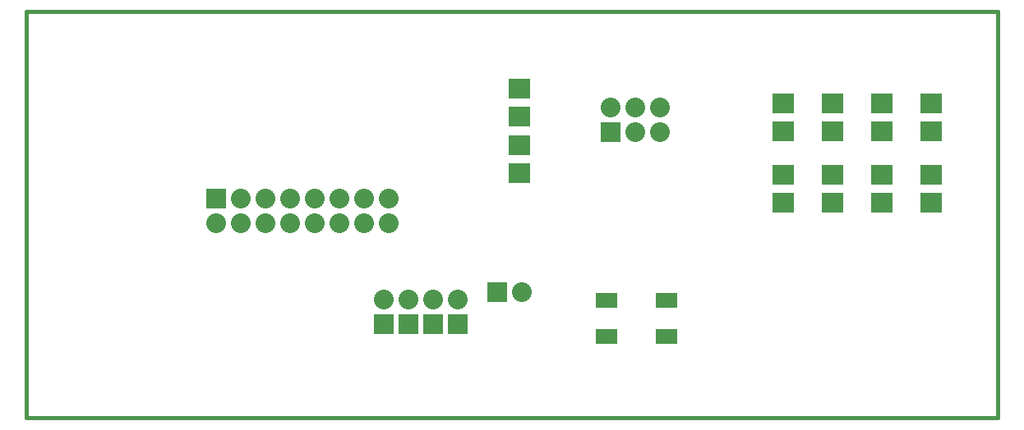
<source format=gts>
G04 (created by PCBNEW (2013-jul-07)-stable) date mer. 26 nov. 2014 20:09:27 CET*
%MOIN*%
G04 Gerber Fmt 3.4, Leading zero omitted, Abs format*
%FSLAX34Y34*%
G01*
G70*
G90*
G04 APERTURE LIST*
%ADD10C,0.00590551*%
%ADD11C,0.015*%
%ADD12R,0.0909X0.0829*%
%ADD13R,0.08X0.08*%
%ADD14C,0.08*%
%ADD15R,0.0909X0.0633*%
G04 APERTURE END LIST*
G54D10*
G54D11*
X79700Y-47800D02*
X79700Y-31300D01*
X40300Y-47800D02*
X40300Y-31300D01*
X40300Y-31300D02*
X79700Y-31300D01*
X40300Y-47800D02*
X79700Y-47800D01*
G54D12*
X60300Y-35559D03*
X60300Y-34441D03*
X77000Y-36159D03*
X77000Y-35041D03*
X75000Y-36159D03*
X75000Y-35041D03*
X73000Y-36159D03*
X73000Y-35041D03*
X71000Y-36159D03*
X71000Y-35041D03*
X71000Y-39059D03*
X71000Y-37941D03*
X73000Y-39059D03*
X73000Y-37941D03*
X75000Y-39059D03*
X75000Y-37941D03*
X77000Y-39059D03*
X77000Y-37941D03*
X60300Y-37859D03*
X60300Y-36741D03*
G54D13*
X64000Y-36200D03*
G54D14*
X64000Y-35200D03*
X65000Y-36200D03*
X65000Y-35200D03*
X66000Y-36200D03*
X66000Y-35200D03*
G54D13*
X48000Y-38900D03*
G54D14*
X48000Y-39900D03*
X49000Y-38900D03*
X49000Y-39900D03*
X50000Y-38900D03*
X50000Y-39900D03*
X51000Y-38900D03*
X51000Y-39900D03*
X52000Y-38900D03*
X52000Y-39900D03*
X53000Y-38900D03*
X53000Y-39900D03*
X54000Y-38900D03*
X54000Y-39900D03*
X55000Y-38900D03*
X55000Y-39900D03*
G54D13*
X54800Y-44000D03*
G54D14*
X54800Y-43000D03*
G54D13*
X55800Y-44000D03*
G54D14*
X55800Y-43000D03*
G54D13*
X56800Y-44000D03*
G54D14*
X56800Y-43000D03*
G54D13*
X57800Y-44000D03*
G54D14*
X57800Y-43000D03*
G54D15*
X66270Y-44478D03*
X63830Y-44478D03*
X63830Y-43022D03*
X66270Y-43022D03*
G54D13*
X59400Y-42700D03*
G54D14*
X60400Y-42700D03*
M02*

</source>
